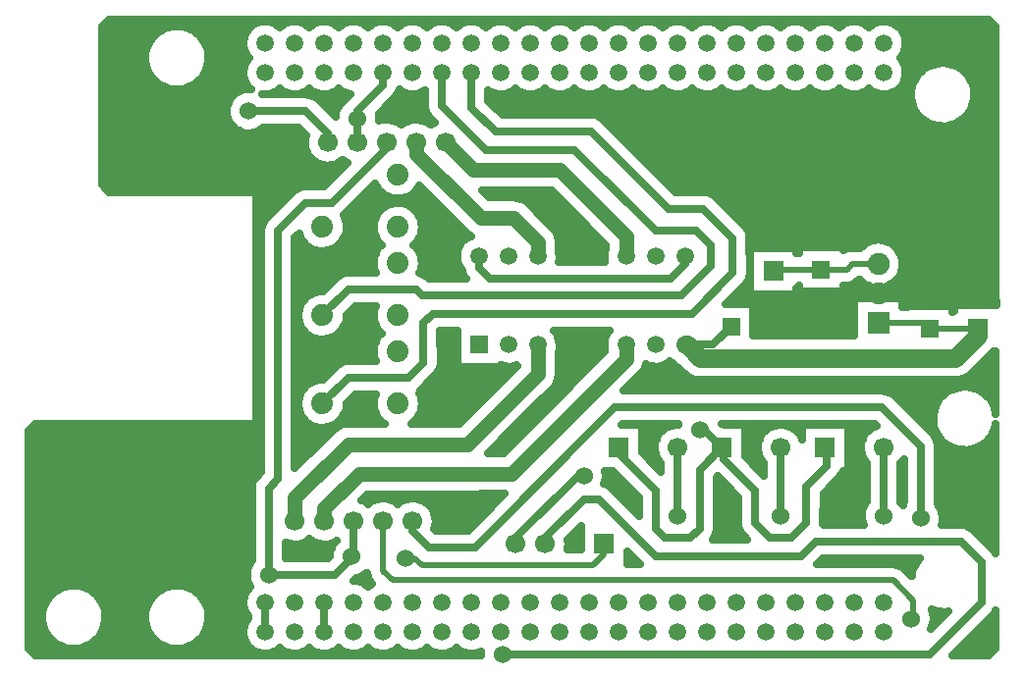
<source format=gbr>
G04 DipTrace 2.4.0.2*
%INBottom.gbr*%
%MOIN*%
%ADD13C,0.025*%
%ADD14C,0.02*%
%ADD15C,0.05*%
%ADD16C,0.0625*%
%ADD19C,0.063*%
%ADD20R,0.063X0.063*%
%ADD22R,0.0669X0.0669*%
%ADD23C,0.0669*%
%ADD24C,0.0591*%
%ADD25R,0.0591X0.0591*%
%ADD27C,0.074*%
%ADD28R,0.0748X0.0748*%
%ADD29C,0.0748*%
%ADD30C,0.06*%
%FSLAX44Y44*%
G04*
G70*
G90*
G75*
G01*
%LNBottom*%
%LPD*%
X12440Y5190D2*
D13*
Y6190D1*
X12561Y7126D2*
X14811D1*
X15405Y7720D1*
X15440Y7755D1*
Y8940D1*
X23940Y8190D2*
D14*
Y7817D1*
X23562Y7439D1*
X17749D1*
X17499Y7689D1*
X17187D1*
X15374Y7751D2*
D13*
X15405Y7720D1*
X16565Y21815D2*
X16749D1*
X14686Y19752D1*
X13811D1*
X12874Y18815D1*
Y10376D1*
X12561Y10064D1*
Y7126D1*
X31440Y11440D2*
X31501D1*
Y10814D1*
X30813Y10126D1*
Y8876D1*
X30313Y8376D1*
X29563D1*
X29063Y8876D1*
Y10001D1*
X28000Y11064D1*
Y11440D1*
X27940D1*
X24440D2*
Y11249D1*
X25687Y10001D1*
Y8689D1*
X26000Y8376D1*
X26875D1*
X27188Y8689D1*
Y10688D1*
X27940Y11440D1*
X14440Y5190D2*
Y6190D1*
X19690Y17940D2*
Y17562D1*
X20062Y17190D1*
X26188D1*
X26690Y17692D1*
Y17940D1*
X27188Y12064D2*
X27316D1*
X27940Y11440D1*
X33251Y17690D2*
D14*
X32375D1*
X32188Y17502D1*
X31313D1*
X29750D1*
X29688Y17440D1*
X11440Y6190D2*
D13*
Y5190D1*
X35001Y19440D2*
Y17502D1*
X11874Y22878D2*
X13811D1*
X14565Y22124D1*
Y21815D1*
X15565D2*
X15561Y22628D1*
Y22878D1*
X16440Y23756D1*
Y24190D1*
X17440Y8940D2*
Y8623D1*
X17999Y8064D1*
X19562D1*
X24312Y12814D1*
X33376D1*
X34688Y11502D1*
Y9126D1*
X34751Y9064D1*
X34688D1*
X16440Y8940D2*
D14*
Y7248D1*
X16749Y6939D1*
X33751D1*
X34438Y6251D1*
Y5689D1*
X34376Y5626D1*
X13440Y8940D2*
D15*
Y9755D1*
X15250Y11565D1*
X19313D1*
X21690Y13942D1*
Y14940D1*
X14440Y8940D2*
Y9380D1*
X15625Y10565D1*
X20813D1*
X24690Y14442D1*
Y14940D1*
X18565Y21815D2*
X19502Y20878D1*
X22437D1*
X24690Y18625D1*
Y17940D1*
X21690D2*
Y18437D1*
X20874Y19252D1*
X19749D1*
X17565Y21437D1*
Y21815D1*
X33440Y11440D2*
D13*
Y9128D1*
X33438Y9126D1*
X26438D2*
Y11438D1*
X26440Y11440D1*
X29938Y9126D2*
Y11438D1*
X29940Y11440D1*
X18440Y24190D2*
Y23062D1*
X19937Y21565D1*
X22937D1*
X25687Y18815D1*
X27063D1*
X27563Y18315D1*
Y17627D1*
X26563Y16627D1*
X17749D1*
X17562Y16815D1*
X15255D1*
X14380Y15940D1*
X19440Y24190D2*
Y23000D1*
X20249Y22190D1*
X23500D1*
X26125Y19565D1*
X27313D1*
X28313Y18565D1*
Y17377D1*
X26938Y16002D1*
X18124D1*
X17812Y15690D1*
Y14314D1*
X17312Y13814D1*
X15254D1*
X14380Y12940D1*
X20499Y4438D2*
X35001D1*
X36751Y6189D1*
Y7564D1*
X36064Y8251D1*
X31126D1*
X30625Y7751D1*
X25687D1*
X23750Y9689D1*
X23250D1*
X21940Y8379D1*
Y8190D1*
X20940D2*
Y8379D1*
X23062Y10502D1*
X23250D1*
X36626Y15502D2*
D14*
X35001D1*
X33251Y15690D2*
X34814D1*
X35001Y15502D1*
X36626D2*
D16*
Y15252D1*
X35876Y14502D1*
X27188D1*
X26750Y14940D1*
X26690D1*
D13*
X27626D1*
X28250Y15564D1*
D30*
X26438Y9126D3*
X29938D3*
X33438D3*
X12561Y7126D3*
X15561Y22628D3*
X11874Y22878D3*
X23250Y10502D3*
X34376Y5626D3*
X20499Y4438D3*
X34688Y9064D3*
X17187Y7689D3*
X15374Y7751D3*
X27188Y12064D3*
X10498Y24003D3*
X10561Y25191D3*
X35001Y19440D3*
X19503Y13502D3*
X21500Y19940D3*
X22125Y19565D3*
X21315Y12315D3*
X20437Y11439D3*
X20877Y11878D3*
X33940Y19440D3*
X32940D3*
X31940D3*
X7690Y6253D3*
Y5190D3*
X19315Y9627D3*
X6908Y25746D2*
D13*
X9245D1*
X9635D2*
X11928D1*
X33955D2*
X37221D1*
X6908Y25498D2*
X8714D1*
X10166D2*
X11741D1*
X34139D2*
X37221D1*
X6908Y25249D2*
X8503D1*
X10377D2*
X11678D1*
X34201D2*
X37221D1*
X6908Y25000D2*
X8389D1*
X10490D2*
X11698D1*
X34181D2*
X37221D1*
X6908Y24752D2*
X8346D1*
X10533D2*
X11819D1*
X34060D2*
X37221D1*
X6908Y24503D2*
X8362D1*
X10517D2*
X11745D1*
X34135D2*
X35292D1*
X35588D2*
X37221D1*
X6908Y24254D2*
X8436D1*
X10443D2*
X11678D1*
X34201D2*
X34721D1*
X36158D2*
X37221D1*
X6908Y24005D2*
X8592D1*
X10287D2*
X11698D1*
X34181D2*
X34506D1*
X36373D2*
X37221D1*
X6908Y23757D2*
X8893D1*
X9990D2*
X11815D1*
X34064D2*
X34393D1*
X36486D2*
X37221D1*
X6908Y23508D2*
X11452D1*
X12752D2*
X13128D1*
X13752D2*
X14128D1*
X14752D2*
X15128D1*
X16978D2*
X17128D1*
X17752D2*
X17843D1*
X20033D2*
X20128D1*
X20752D2*
X21128D1*
X21752D2*
X22128D1*
X22752D2*
X23128D1*
X23752D2*
X24128D1*
X24752D2*
X25128D1*
X25752D2*
X26128D1*
X26752D2*
X27128D1*
X27752D2*
X28128D1*
X28752D2*
X29128D1*
X29752D2*
X30128D1*
X30752D2*
X31128D1*
X31752D2*
X32128D1*
X32752D2*
X33128D1*
X33752D2*
X34346D1*
X36533D2*
X37221D1*
X6908Y23259D2*
X11210D1*
X14260D2*
X15112D1*
X16775D2*
X17846D1*
X20033D2*
X34362D1*
X36521D2*
X37221D1*
X6908Y23011D2*
X11116D1*
X14510D2*
X14897D1*
X16525D2*
X17846D1*
X20260D2*
X34436D1*
X36443D2*
X37221D1*
X6908Y22762D2*
X11112D1*
X16318D2*
X17932D1*
X20510D2*
X34589D1*
X36291D2*
X37221D1*
X6908Y22513D2*
X11198D1*
X16935D2*
X17194D1*
X17935D2*
X18159D1*
X24006D2*
X34881D1*
X35998D2*
X37221D1*
X6908Y22265D2*
X11424D1*
X12322D2*
X13592D1*
X24256D2*
X37221D1*
X6908Y22016D2*
X13788D1*
X24506D2*
X37221D1*
X6908Y21767D2*
X13760D1*
X24752D2*
X37221D1*
X6908Y21519D2*
X13819D1*
X25002D2*
X37221D1*
X6908Y21270D2*
X13983D1*
X25252D2*
X37221D1*
X6908Y21021D2*
X15124D1*
X25498D2*
X37221D1*
X6908Y20773D2*
X14874D1*
X25748D2*
X37221D1*
X6908Y20524D2*
X14628D1*
X25998D2*
X37221D1*
X7010Y20275D2*
X13557D1*
X16041D2*
X16231D1*
X26244D2*
X37221D1*
X12158Y20026D2*
X13253D1*
X15791D2*
X16487D1*
X17392D2*
X17967D1*
X19982D2*
X22280D1*
X27674D2*
X37221D1*
X12158Y19778D2*
X13006D1*
X15541D2*
X18217D1*
X21353D2*
X22530D1*
X27931D2*
X37221D1*
X12158Y19529D2*
X12756D1*
X15295D2*
X16350D1*
X17529D2*
X18464D1*
X21607D2*
X22776D1*
X28178D2*
X37221D1*
X12158Y19280D2*
X12506D1*
X15146D2*
X16174D1*
X17705D2*
X18714D1*
X21853D2*
X23026D1*
X28428D2*
X37221D1*
X12158Y19032D2*
X12323D1*
X15217D2*
X16104D1*
X17775D2*
X18964D1*
X22103D2*
X23276D1*
X28678D2*
X37221D1*
X12158Y18783D2*
X12280D1*
X15205D2*
X16116D1*
X17764D2*
X19210D1*
X22318D2*
X23522D1*
X28865D2*
X37221D1*
X12158Y18534D2*
X12280D1*
X13467D2*
X13647D1*
X15111D2*
X16210D1*
X17674D2*
X19225D1*
X22404D2*
X23772D1*
X28908D2*
X37221D1*
X12158Y18286D2*
X12280D1*
X13467D2*
X13870D1*
X14892D2*
X16327D1*
X17553D2*
X19010D1*
X22408D2*
X23971D1*
X28908D2*
X32663D1*
X33838D2*
X37221D1*
X12158Y18037D2*
X12280D1*
X13467D2*
X16163D1*
X17717D2*
X18932D1*
X22447D2*
X23932D1*
X34017D2*
X37221D1*
X12158Y17788D2*
X12280D1*
X13467D2*
X16104D1*
X17775D2*
X18940D1*
X22439D2*
X23940D1*
X34088D2*
X37221D1*
X12158Y17540D2*
X12280D1*
X13467D2*
X16120D1*
X17760D2*
X19042D1*
X34080D2*
X37221D1*
X12158Y17291D2*
X12280D1*
X13467D2*
X14917D1*
X17900D2*
X19163D1*
X33990D2*
X37221D1*
X12158Y17042D2*
X12280D1*
X13467D2*
X14651D1*
X28799D2*
X28885D1*
X32506D2*
X32725D1*
X33779D2*
X37221D1*
X12158Y16794D2*
X12280D1*
X13467D2*
X14401D1*
X28560D2*
X28881D1*
X32099D2*
X37221D1*
X12158Y16545D2*
X12280D1*
X13467D2*
X13807D1*
X28310D2*
X37221D1*
X12158Y16296D2*
X12280D1*
X13467D2*
X13624D1*
X29037D2*
X32405D1*
X34096D2*
X37221D1*
X12158Y16047D2*
X12280D1*
X13467D2*
X13547D1*
X15318D2*
X16108D1*
X29037D2*
X32405D1*
X12158Y15799D2*
X12280D1*
X13467D2*
X13553D1*
X15209D2*
X16112D1*
X29037D2*
X32405D1*
X12158Y15550D2*
X12280D1*
X13467D2*
X13639D1*
X15119D2*
X16198D1*
X29037D2*
X32405D1*
X12158Y15301D2*
X12280D1*
X13467D2*
X13850D1*
X14912D2*
X16342D1*
X18408D2*
X18924D1*
X22361D2*
X24018D1*
X29037D2*
X32405D1*
X12158Y15053D2*
X12280D1*
X13467D2*
X16171D1*
X18408D2*
X18924D1*
X22447D2*
X23932D1*
X12158Y14804D2*
X12280D1*
X13467D2*
X16104D1*
X18408D2*
X18924D1*
X22443D2*
X23936D1*
X12158Y14555D2*
X12280D1*
X13467D2*
X16116D1*
X18408D2*
X18924D1*
X22408D2*
X23796D1*
X37025D2*
X37221D1*
X12158Y14307D2*
X12280D1*
X13467D2*
X14944D1*
X18408D2*
X18924D1*
X22408D2*
X23546D1*
X26099D2*
X26249D1*
X36775D2*
X37221D1*
X12158Y14058D2*
X12280D1*
X13467D2*
X14667D1*
X18346D2*
X20799D1*
X22408D2*
X23299D1*
X25295D2*
X26534D1*
X36529D2*
X37221D1*
X12158Y13809D2*
X12280D1*
X13467D2*
X14417D1*
X18139D2*
X20549D1*
X22396D2*
X23049D1*
X25064D2*
X26858D1*
X36209D2*
X37221D1*
X12158Y13561D2*
X12280D1*
X13467D2*
X13827D1*
X17889D2*
X20299D1*
X22295D2*
X22799D1*
X24814D2*
X37221D1*
X12158Y13312D2*
X12280D1*
X13467D2*
X13631D1*
X17689D2*
X20053D1*
X22068D2*
X22553D1*
X33678D2*
X35546D1*
X36834D2*
X37221D1*
X12158Y13063D2*
X12280D1*
X13467D2*
X13547D1*
X15334D2*
X16108D1*
X17771D2*
X19803D1*
X21818D2*
X22303D1*
X33959D2*
X35296D1*
X37084D2*
X37219D1*
X12158Y12815D2*
X12280D1*
X13467D2*
X13553D1*
X15209D2*
X16108D1*
X17771D2*
X19553D1*
X21568D2*
X22053D1*
X34205D2*
X35163D1*
X12158Y12566D2*
X12280D1*
X13467D2*
X13631D1*
X15131D2*
X16190D1*
X17689D2*
X19307D1*
X21322D2*
X21807D1*
X34455D2*
X35104D1*
X12146Y12317D2*
X12280D1*
X13467D2*
X13831D1*
X14931D2*
X16389D1*
X17490D2*
X19057D1*
X21072D2*
X21557D1*
X34705D2*
X35104D1*
X4474Y12068D2*
X12280D1*
X13467D2*
X14745D1*
X20822D2*
X21307D1*
X25244D2*
X25956D1*
X28744D2*
X29456D1*
X30428D2*
X30635D1*
X32244D2*
X32956D1*
X34951D2*
X35163D1*
X4410Y11820D2*
X12280D1*
X13467D2*
X14499D1*
X20576D2*
X21061D1*
X25244D2*
X25733D1*
X28744D2*
X29233D1*
X32244D2*
X32733D1*
X35185D2*
X35293D1*
X37088D2*
X37220D1*
X4410Y11571D2*
X12280D1*
X13467D2*
X14249D1*
X20326D2*
X20811D1*
X25244D2*
X25647D1*
X28744D2*
X29147D1*
X32244D2*
X32647D1*
X35279D2*
X35542D1*
X36838D2*
X37221D1*
X4410Y11322D2*
X12280D1*
X13467D2*
X13999D1*
X20076D2*
X20561D1*
X25244D2*
X25643D1*
X28744D2*
X29143D1*
X32244D2*
X32643D1*
X35283D2*
X37221D1*
X4410Y11074D2*
X12280D1*
X13467D2*
X13753D1*
X25447D2*
X25725D1*
X28822D2*
X29225D1*
X32244D2*
X32725D1*
X35283D2*
X37221D1*
X4410Y10825D2*
X12280D1*
X25693D2*
X25843D1*
X29068D2*
X29342D1*
X32244D2*
X32846D1*
X35283D2*
X37221D1*
X4410Y10576D2*
X12241D1*
X24017D2*
X24280D1*
X32045D2*
X32846D1*
X35283D2*
X37221D1*
X4410Y10328D2*
X12030D1*
X23998D2*
X24530D1*
X27783D2*
X27905D1*
X31846D2*
X32846D1*
X35283D2*
X37221D1*
X4410Y10079D2*
X11967D1*
X24189D2*
X24780D1*
X27783D2*
X28155D1*
X31596D2*
X32846D1*
X35283D2*
X37221D1*
X4410Y9830D2*
X11967D1*
X15896D2*
X20499D1*
X24439D2*
X25026D1*
X27783D2*
X28405D1*
X31408D2*
X32846D1*
X35283D2*
X37221D1*
X4410Y9582D2*
X11967D1*
X17908D2*
X20249D1*
X24689D2*
X25092D1*
X27783D2*
X28467D1*
X31408D2*
X32823D1*
X35283D2*
X37221D1*
X4410Y9333D2*
X11967D1*
X18139D2*
X19999D1*
X24935D2*
X25092D1*
X27783D2*
X28467D1*
X31408D2*
X32698D1*
X35408D2*
X37221D1*
X4410Y9084D2*
X11967D1*
X18232D2*
X19753D1*
X27783D2*
X28467D1*
X31408D2*
X32671D1*
X35459D2*
X37221D1*
X4410Y8836D2*
X11967D1*
X18236D2*
X19503D1*
X27783D2*
X28471D1*
X31408D2*
X32729D1*
X35424D2*
X37221D1*
X4410Y8587D2*
X11967D1*
X22978D2*
X23135D1*
X27775D2*
X28546D1*
X36560D2*
X37221D1*
X4410Y8338D2*
X11967D1*
X22732D2*
X23135D1*
X27662D2*
X28768D1*
X36806D2*
X37221D1*
X4410Y8089D2*
X11967D1*
X13154D2*
X14686D1*
X22736D2*
X23135D1*
X37056D2*
X37217D1*
X4410Y7841D2*
X11967D1*
X13154D2*
X14608D1*
X4410Y7592D2*
X11956D1*
X24744D2*
X25014D1*
X31299D2*
X34565D1*
X4410Y7343D2*
X11823D1*
X34142D2*
X34424D1*
X4410Y7095D2*
X11792D1*
X15752D2*
X15893D1*
X4410Y6846D2*
X11846D1*
X15806D2*
X16046D1*
X4410Y6597D2*
X5346D1*
X6533D2*
X8846D1*
X10033D2*
X11796D1*
X4410Y6349D2*
X5073D1*
X6806D2*
X8573D1*
X10306D2*
X11694D1*
X4410Y6100D2*
X4928D1*
X6955D2*
X8428D1*
X10455D2*
X11682D1*
X4410Y5851D2*
X4858D1*
X7021D2*
X8358D1*
X10521D2*
X11756D1*
X35111D2*
X35585D1*
X4410Y5603D2*
X4850D1*
X7033D2*
X8350D1*
X10533D2*
X11799D1*
X35146D2*
X35335D1*
X36998D2*
X37221D1*
X4410Y5354D2*
X4901D1*
X6982D2*
X8401D1*
X10482D2*
X11694D1*
X36748D2*
X37221D1*
X4410Y5105D2*
X5018D1*
X6861D2*
X8518D1*
X10361D2*
X11678D1*
X36498D2*
X37221D1*
X4410Y4857D2*
X5245D1*
X6635D2*
X8745D1*
X10135D2*
X11753D1*
X36252D2*
X37221D1*
X4428Y4608D2*
X11960D1*
X36002D2*
X37202D1*
X30678Y18262D2*
X32073D1*
Y18141D1*
X32201Y18206D1*
X32289Y18228D1*
X32500Y18235D1*
X32637D1*
X32794Y18369D1*
X32903Y18431D1*
X33019Y18475D1*
X33142Y18501D1*
X33266Y18508D1*
X33391Y18497D1*
X33512Y18466D1*
X33627Y18417D1*
X33733Y18352D1*
X33828Y18271D1*
X33910Y18176D1*
X33976Y18070D1*
X34025Y17956D1*
X34057Y17835D1*
X34070Y17690D1*
X34060Y17565D1*
X34032Y17443D1*
X33985Y17328D1*
X33922Y17220D1*
X33843Y17123D1*
X33750Y17040D1*
X33645Y16972D1*
X33531Y16920D1*
X33411Y16886D1*
X33287Y16871D1*
X33162Y16875D1*
X33040Y16898D1*
X32922Y16939D1*
X32812Y16998D1*
X32712Y17073D1*
X32643Y17143D1*
X32598Y17145D1*
X32476Y17039D1*
X32363Y16986D1*
X32275Y16964D1*
X32075Y16957D1*
X32073Y16742D1*
X30553D1*
Y16957D1*
X30468Y16844D1*
Y16660D1*
X28908D1*
Y18219D1*
X30468D1*
Y18044D1*
X30551Y18047D1*
X30553Y18262D1*
X30678D1*
X34366Y16262D2*
X35761D1*
Y16047D1*
X35846Y16097D1*
Y16282D1*
X37249D1*
X37245Y16690D1*
Y25752D1*
X37006Y25995D1*
X7124D1*
X6885Y25756D1*
Y20374D1*
X7124Y20135D1*
X12010D1*
X12115Y20074D1*
X12135Y20010D1*
Y12370D1*
X12074Y12265D1*
X12010Y12245D1*
X4625D1*
X4385Y12006D1*
Y4624D1*
X4624Y4385D1*
X19756D1*
X19762Y4523D1*
X19602Y4468D1*
X19478Y4451D1*
X19353Y4455D1*
X19231Y4480D1*
X19114Y4525D1*
X19007Y4589D1*
X18939Y4648D1*
X18832Y4562D1*
X18721Y4505D1*
X18602Y4468D1*
X18478Y4451D1*
X18353Y4455D1*
X18231Y4480D1*
X18114Y4525D1*
X18007Y4589D1*
X17939Y4648D1*
X17832Y4562D1*
X17721Y4505D1*
X17602Y4468D1*
X17478Y4451D1*
X17353Y4455D1*
X17231Y4480D1*
X17114Y4525D1*
X17007Y4589D1*
X16939Y4648D1*
X16832Y4562D1*
X16721Y4505D1*
X16602Y4468D1*
X16478Y4451D1*
X16353Y4455D1*
X16231Y4480D1*
X16114Y4525D1*
X16007Y4589D1*
X15939Y4648D1*
X15832Y4562D1*
X15721Y4505D1*
X15602Y4468D1*
X15478Y4451D1*
X15353Y4455D1*
X15231Y4480D1*
X15114Y4525D1*
X15007Y4589D1*
X14939Y4648D1*
X14832Y4562D1*
X14721Y4505D1*
X14602Y4468D1*
X14478Y4451D1*
X14353Y4455D1*
X14231Y4480D1*
X14114Y4525D1*
X14007Y4589D1*
X13939Y4648D1*
X13832Y4562D1*
X13721Y4505D1*
X13602Y4468D1*
X13478Y4451D1*
X13353Y4455D1*
X13231Y4480D1*
X13114Y4525D1*
X13007Y4589D1*
X12939Y4648D1*
X12832Y4562D1*
X12721Y4505D1*
X12602Y4468D1*
X12478Y4451D1*
X12353Y4455D1*
X12231Y4480D1*
X12114Y4525D1*
X12007Y4589D1*
X11912Y4671D1*
X11833Y4767D1*
X11770Y4875D1*
X11727Y4992D1*
X11704Y5114D1*
X11701Y5239D1*
X11720Y5363D1*
X11759Y5481D1*
X11818Y5591D1*
X11868Y5656D1*
X11870Y5717D1*
X11770Y5875D1*
X11727Y5992D1*
X11704Y6114D1*
X11701Y6239D1*
X11720Y6363D1*
X11759Y6481D1*
X11818Y6591D1*
X11932Y6725D1*
X11847Y6914D1*
X11822Y7036D1*
X11817Y7161D1*
X11833Y7284D1*
X11870Y7404D1*
X11926Y7515D1*
X11993Y7607D1*
X11991Y10064D1*
X12005Y10188D1*
X12045Y10306D1*
X12130Y10437D1*
X12304Y10613D1*
Y18815D1*
X12317Y18939D1*
X12358Y19057D1*
X12443Y19188D1*
X13408Y20156D1*
X13505Y20234D1*
X13617Y20289D1*
X13771Y20321D1*
X14448Y20322D1*
X15236Y21108D1*
X15079Y21206D1*
X15064Y21219D1*
X15011Y21175D1*
X14903Y21112D1*
X14787Y21068D1*
X14664Y21042D1*
X14540Y21036D1*
X14416Y21050D1*
X14295Y21083D1*
X14182Y21136D1*
X14079Y21206D1*
X13988Y21291D1*
X13911Y21390D1*
X13852Y21500D1*
X13811Y21618D1*
X13789Y21741D1*
X13787Y21866D1*
X13805Y21989D1*
X13827Y22060D1*
X13574Y22309D1*
X12354Y22308D1*
X12272Y22248D1*
X12161Y22191D1*
X12042Y22152D1*
X11919Y22134D1*
X11794Y22137D1*
X11671Y22161D1*
X11554Y22205D1*
X11446Y22267D1*
X11351Y22347D1*
X11269Y22442D1*
X11205Y22549D1*
X11159Y22665D1*
X11134Y22788D1*
X11129Y22912D1*
X11146Y23036D1*
X11182Y23155D1*
X11238Y23267D1*
X11312Y23368D1*
X11402Y23454D1*
X11505Y23525D1*
X11618Y23578D1*
X11739Y23610D1*
X11863Y23623D1*
X11976Y23615D1*
X11912Y23671D1*
X11833Y23767D1*
X11770Y23875D1*
X11727Y23992D1*
X11704Y24114D1*
X11701Y24239D1*
X11720Y24363D1*
X11759Y24481D1*
X11818Y24591D1*
X11892Y24687D1*
X11833Y24767D1*
X11770Y24875D1*
X11727Y24992D1*
X11704Y25114D1*
X11701Y25239D1*
X11720Y25363D1*
X11759Y25481D1*
X11818Y25591D1*
X11894Y25690D1*
X11986Y25775D1*
X12091Y25843D1*
X12206Y25892D1*
X12327Y25922D1*
X12452Y25930D1*
X12576Y25918D1*
X12696Y25885D1*
X12809Y25832D1*
X12937Y25736D1*
X13091Y25843D1*
X13206Y25892D1*
X13327Y25922D1*
X13452Y25930D1*
X13576Y25918D1*
X13696Y25885D1*
X13809Y25832D1*
X13937Y25736D1*
X14091Y25843D1*
X14206Y25892D1*
X14327Y25922D1*
X14452Y25930D1*
X14576Y25918D1*
X14696Y25885D1*
X14809Y25832D1*
X14937Y25736D1*
X15091Y25843D1*
X15206Y25892D1*
X15327Y25922D1*
X15452Y25930D1*
X15576Y25918D1*
X15696Y25885D1*
X15809Y25832D1*
X15937Y25736D1*
X16091Y25843D1*
X16206Y25892D1*
X16327Y25922D1*
X16452Y25930D1*
X16576Y25918D1*
X16696Y25885D1*
X16809Y25832D1*
X16937Y25736D1*
X17091Y25843D1*
X17206Y25892D1*
X17327Y25922D1*
X17452Y25930D1*
X17576Y25918D1*
X17696Y25885D1*
X17809Y25832D1*
X17937Y25736D1*
X18091Y25843D1*
X18206Y25892D1*
X18327Y25922D1*
X18452Y25930D1*
X18576Y25918D1*
X18696Y25885D1*
X18809Y25832D1*
X18937Y25736D1*
X19091Y25843D1*
X19206Y25892D1*
X19327Y25922D1*
X19452Y25930D1*
X19576Y25918D1*
X19696Y25885D1*
X19809Y25832D1*
X19937Y25736D1*
X20091Y25843D1*
X20206Y25892D1*
X20327Y25922D1*
X20452Y25930D1*
X20576Y25918D1*
X20696Y25885D1*
X20809Y25832D1*
X20937Y25736D1*
X21091Y25843D1*
X21206Y25892D1*
X21327Y25922D1*
X21452Y25930D1*
X21576Y25918D1*
X21696Y25885D1*
X21809Y25832D1*
X21937Y25736D1*
X22091Y25843D1*
X22206Y25892D1*
X22327Y25922D1*
X22452Y25930D1*
X22576Y25918D1*
X22696Y25885D1*
X22809Y25832D1*
X22937Y25736D1*
X23091Y25843D1*
X23206Y25892D1*
X23327Y25922D1*
X23452Y25930D1*
X23576Y25918D1*
X23696Y25885D1*
X23809Y25832D1*
X23937Y25736D1*
X24091Y25843D1*
X24206Y25892D1*
X24327Y25922D1*
X24452Y25930D1*
X24576Y25918D1*
X24696Y25885D1*
X24809Y25832D1*
X24937Y25736D1*
X25091Y25843D1*
X25206Y25892D1*
X25327Y25922D1*
X25452Y25930D1*
X25576Y25918D1*
X25696Y25885D1*
X25809Y25832D1*
X25937Y25736D1*
X26091Y25843D1*
X26206Y25892D1*
X26327Y25922D1*
X26452Y25930D1*
X26576Y25918D1*
X26696Y25885D1*
X26809Y25832D1*
X26937Y25736D1*
X27091Y25843D1*
X27206Y25892D1*
X27327Y25922D1*
X27452Y25930D1*
X27576Y25918D1*
X27696Y25885D1*
X27809Y25832D1*
X27937Y25736D1*
X28091Y25843D1*
X28206Y25892D1*
X28327Y25922D1*
X28452Y25930D1*
X28576Y25918D1*
X28696Y25885D1*
X28809Y25832D1*
X28937Y25736D1*
X29091Y25843D1*
X29206Y25892D1*
X29327Y25922D1*
X29452Y25930D1*
X29576Y25918D1*
X29696Y25885D1*
X29809Y25832D1*
X29937Y25736D1*
X30091Y25843D1*
X30206Y25892D1*
X30327Y25922D1*
X30452Y25930D1*
X30576Y25918D1*
X30696Y25885D1*
X30809Y25832D1*
X30937Y25736D1*
X31091Y25843D1*
X31206Y25892D1*
X31327Y25922D1*
X31452Y25930D1*
X31576Y25918D1*
X31696Y25885D1*
X31809Y25832D1*
X31937Y25736D1*
X32091Y25843D1*
X32206Y25892D1*
X32327Y25922D1*
X32452Y25930D1*
X32576Y25918D1*
X32696Y25885D1*
X32809Y25832D1*
X32937Y25736D1*
X33091Y25843D1*
X33206Y25892D1*
X33327Y25922D1*
X33452Y25930D1*
X33576Y25918D1*
X33696Y25885D1*
X33809Y25832D1*
X33912Y25760D1*
X34001Y25673D1*
X34074Y25572D1*
X34129Y25460D1*
X34165Y25340D1*
X34180Y25190D1*
X34170Y25066D1*
X34138Y24945D1*
X34087Y24831D1*
X33983Y24690D1*
X34074Y24572D1*
X34129Y24460D1*
X34165Y24340D1*
X34180Y24190D1*
X34170Y24066D1*
X34138Y23945D1*
X34087Y23831D1*
X34018Y23727D1*
X33932Y23637D1*
X33832Y23562D1*
X33721Y23505D1*
X33602Y23468D1*
X33478Y23451D1*
X33353Y23455D1*
X33231Y23480D1*
X33114Y23525D1*
X33007Y23589D1*
X32939Y23648D1*
X32832Y23562D1*
X32721Y23505D1*
X32602Y23468D1*
X32478Y23451D1*
X32353Y23455D1*
X32231Y23480D1*
X32114Y23525D1*
X32007Y23589D1*
X31939Y23648D1*
X31832Y23562D1*
X31721Y23505D1*
X31602Y23468D1*
X31478Y23451D1*
X31353Y23455D1*
X31231Y23480D1*
X31114Y23525D1*
X31007Y23589D1*
X30939Y23648D1*
X30832Y23562D1*
X30721Y23505D1*
X30602Y23468D1*
X30478Y23451D1*
X30353Y23455D1*
X30231Y23480D1*
X30114Y23525D1*
X30007Y23589D1*
X29939Y23648D1*
X29832Y23562D1*
X29721Y23505D1*
X29602Y23468D1*
X29478Y23451D1*
X29353Y23455D1*
X29231Y23480D1*
X29114Y23525D1*
X29007Y23589D1*
X28939Y23648D1*
X28832Y23562D1*
X28721Y23505D1*
X28602Y23468D1*
X28478Y23451D1*
X28353Y23455D1*
X28231Y23480D1*
X28114Y23525D1*
X28007Y23589D1*
X27939Y23648D1*
X27832Y23562D1*
X27721Y23505D1*
X27602Y23468D1*
X27478Y23451D1*
X27353Y23455D1*
X27231Y23480D1*
X27114Y23525D1*
X27007Y23589D1*
X26939Y23648D1*
X26832Y23562D1*
X26721Y23505D1*
X26602Y23468D1*
X26478Y23451D1*
X26353Y23455D1*
X26231Y23480D1*
X26114Y23525D1*
X26007Y23589D1*
X25939Y23648D1*
X25832Y23562D1*
X25721Y23505D1*
X25602Y23468D1*
X25478Y23451D1*
X25353Y23455D1*
X25231Y23480D1*
X25114Y23525D1*
X25007Y23589D1*
X24939Y23648D1*
X24832Y23562D1*
X24721Y23505D1*
X24602Y23468D1*
X24478Y23451D1*
X24353Y23455D1*
X24231Y23480D1*
X24114Y23525D1*
X24007Y23589D1*
X23939Y23648D1*
X23832Y23562D1*
X23721Y23505D1*
X23602Y23468D1*
X23478Y23451D1*
X23353Y23455D1*
X23231Y23480D1*
X23114Y23525D1*
X23007Y23589D1*
X22939Y23648D1*
X22832Y23562D1*
X22721Y23505D1*
X22602Y23468D1*
X22478Y23451D1*
X22353Y23455D1*
X22231Y23480D1*
X22114Y23525D1*
X22007Y23589D1*
X21939Y23648D1*
X21832Y23562D1*
X21721Y23505D1*
X21602Y23468D1*
X21478Y23451D1*
X21353Y23455D1*
X21231Y23480D1*
X21114Y23525D1*
X21007Y23589D1*
X20939Y23648D1*
X20832Y23562D1*
X20721Y23505D1*
X20602Y23468D1*
X20478Y23451D1*
X20353Y23455D1*
X20231Y23480D1*
X20114Y23525D1*
X20011Y23587D1*
X20010Y23233D1*
X20487Y22759D1*
X23500Y22760D1*
X23624Y22747D1*
X23742Y22706D1*
X23873Y22621D1*
X26364Y20132D1*
X27000Y20135D1*
X27313D1*
X27437Y20121D1*
X27555Y20081D1*
X27686Y19996D1*
X28716Y18968D1*
X28794Y18871D1*
X28849Y18759D1*
X28881Y18606D1*
X28883Y17377D1*
X28869Y17253D1*
X28829Y17135D1*
X28744Y17004D1*
X28067Y16325D1*
X29010Y16324D1*
Y15258D1*
X32434Y15259D1*
X32432Y16509D1*
X34070D1*
Y16231D1*
X34239Y16235D1*
X34241Y16262D1*
X34366D1*
X18210Y8816D2*
X18178Y8691D1*
X18238Y8631D1*
X18874Y8634D1*
X19323D1*
X20565Y9873D1*
X18813Y9870D1*
X15911D1*
X15710Y9668D1*
X15757Y9652D1*
X15866Y9593D1*
X15937Y9538D1*
X16037Y9607D1*
X16148Y9663D1*
X16267Y9700D1*
X16391Y9718D1*
X16516Y9716D1*
X16639Y9694D1*
X16757Y9652D1*
X16866Y9593D1*
X16937Y9538D1*
X17037Y9607D1*
X17148Y9663D1*
X17267Y9700D1*
X17391Y9718D1*
X17516Y9716D1*
X17639Y9694D1*
X17757Y9652D1*
X17866Y9593D1*
X17965Y9516D1*
X18050Y9425D1*
X18120Y9322D1*
X18172Y9208D1*
X18206Y9088D1*
X18220Y8940D1*
X18210Y8816D1*
X14849Y8279D2*
X14778Y8237D1*
X14662Y8193D1*
X14539Y8167D1*
X14415Y8161D1*
X14291Y8175D1*
X14170Y8208D1*
X14057Y8261D1*
X13939Y8344D1*
X13886Y8300D1*
X13778Y8237D1*
X13662Y8193D1*
X13539Y8167D1*
X13415Y8161D1*
X13291Y8175D1*
X13131Y8226D1*
Y7693D1*
X13811Y7696D1*
X14573D1*
X14626Y7747D1*
X14646Y7910D1*
X14683Y8029D1*
X14739Y8140D1*
X14849Y8276D1*
X16299Y22546D2*
X16392Y22575D1*
X16516Y22593D1*
X16641Y22591D1*
X16764Y22569D1*
X16882Y22527D1*
X16991Y22468D1*
X17062Y22413D1*
X17162Y22482D1*
X17273Y22538D1*
X17392Y22575D1*
X17516Y22593D1*
X17641Y22591D1*
X17764Y22569D1*
X17882Y22527D1*
X17991Y22468D1*
X18062Y22413D1*
X18193Y22498D1*
X18037Y22659D1*
X17959Y22756D1*
X17904Y22868D1*
X17871Y23021D1*
X17870Y23589D1*
X17721Y23505D1*
X17602Y23468D1*
X17478Y23451D1*
X17353Y23455D1*
X17231Y23480D1*
X17114Y23525D1*
X16987Y23607D1*
X16942Y23486D1*
X16843Y23353D1*
X16288Y22798D1*
X16306Y22628D1*
X16300Y22546D1*
X30785Y12220D2*
X32220D1*
Y10660D1*
X32049Y10659D1*
X32002Y10543D1*
X31904Y10411D1*
X31382Y9889D1*
X31381Y8841D1*
X31501Y8821D1*
X32762D1*
X32724Y8914D1*
X32699Y9036D1*
X32694Y9161D1*
X32710Y9285D1*
X32747Y9404D1*
X32803Y9516D1*
X32870Y9607D1*
Y10905D1*
X32786Y11015D1*
X32727Y11125D1*
X32686Y11243D1*
X32664Y11366D1*
X32662Y11491D1*
X32680Y11614D1*
X32718Y11733D1*
X32774Y11845D1*
X32847Y11946D1*
X32935Y12034D1*
X33037Y12107D1*
X33148Y12163D1*
X33204Y12180D1*
X33126Y12244D1*
X27942D1*
X28035Y12220D1*
X28720D1*
Y11153D1*
X29367Y10503D1*
X29363Y10916D1*
X29286Y11015D1*
X29227Y11125D1*
X29186Y11243D1*
X29164Y11366D1*
X29162Y11491D1*
X29180Y11614D1*
X29218Y11733D1*
X29274Y11845D1*
X29347Y11946D1*
X29435Y12034D1*
X29537Y12107D1*
X29648Y12163D1*
X29767Y12200D1*
X29891Y12218D1*
X30016Y12216D1*
X30139Y12194D1*
X30257Y12152D1*
X30366Y12093D1*
X30465Y12016D1*
X30550Y11925D1*
X30620Y11822D1*
X30661Y11733D1*
X30660Y12220D1*
X30785D1*
X34117Y11056D2*
X34065Y10974D1*
X34011Y10912D1*
X34010Y9600D1*
X34082Y9496D1*
X34118Y9626D1*
Y11052D1*
X24524Y12220D2*
X25220D1*
Y11278D1*
X25868Y10627D1*
X25863Y10916D1*
X25786Y11015D1*
X25727Y11125D1*
X25686Y11243D1*
X25664Y11366D1*
X25662Y11491D1*
X25680Y11614D1*
X25718Y11733D1*
X25774Y11845D1*
X25847Y11946D1*
X25935Y12034D1*
X26037Y12107D1*
X26148Y12163D1*
X26267Y12200D1*
X26391Y12218D1*
X26460Y12222D1*
X26465Y12241D1*
X25501Y12244D1*
X24552D1*
X24525Y12221D1*
X24224Y10660D2*
X23974D1*
X23995Y10502D1*
X23984Y10377D1*
X23939Y10224D1*
X23992Y10205D1*
X24123Y10120D1*
X25117Y9128D1*
Y9763D1*
X24221Y10662D1*
X24720Y7911D2*
Y7481D1*
X25151Y7484D1*
X24718Y7914D1*
X23160Y7985D2*
Y8797D1*
X22706Y8338D1*
X22720Y8190D1*
X22710Y8066D1*
X22690Y7986D1*
X23159Y7984D1*
X15417Y6928D2*
X15576Y6918D1*
X15696Y6885D1*
X15809Y6832D1*
X15937Y6736D1*
X16081Y6836D1*
X15977Y6960D1*
X15924Y7073D1*
X15898Y7199D1*
X15872Y7197D1*
X15772Y7122D1*
X15661Y7064D1*
X15516Y7022D1*
X15419Y6927D1*
X15334Y23459D2*
X15231Y23480D1*
X15114Y23525D1*
X15007Y23589D1*
X14939Y23648D1*
X14832Y23562D1*
X14721Y23505D1*
X14602Y23468D1*
X14478Y23451D1*
X14353Y23455D1*
X14231Y23480D1*
X14114Y23525D1*
X14007Y23589D1*
X13939Y23648D1*
X13832Y23562D1*
X13721Y23505D1*
X13602Y23468D1*
X13478Y23451D1*
X13353Y23455D1*
X13231Y23480D1*
X13114Y23525D1*
X13007Y23589D1*
X12939Y23648D1*
X12832Y23562D1*
X12721Y23505D1*
X12602Y23468D1*
X12478Y23451D1*
X12342Y23457D1*
X12374Y23448D1*
X13811D1*
X13935Y23434D1*
X14053Y23394D1*
X14184Y23309D1*
X14819Y22676D1*
X14833Y22786D1*
X14870Y22905D1*
X14926Y23017D1*
X15000Y23118D1*
X15113Y23229D1*
X15332Y23455D1*
X36503Y23315D2*
X36481Y23192D1*
X36445Y23073D1*
X36395Y22958D1*
X36333Y22850D1*
X36258Y22750D1*
X36172Y22659D1*
X36076Y22579D1*
X35971Y22511D1*
X35859Y22456D1*
X35742Y22413D1*
X35620Y22385D1*
X35496Y22371D1*
X35371Y22372D1*
X35247Y22388D1*
X35125Y22417D1*
X35008Y22461D1*
X34897Y22518D1*
X34793Y22587D1*
X34698Y22669D1*
X34614Y22760D1*
X34540Y22861D1*
X34479Y22970D1*
X34430Y23085D1*
X34396Y23205D1*
X34376Y23329D1*
X34370Y23453D1*
X34379Y23578D1*
X34402Y23701D1*
X34440Y23820D1*
X34491Y23934D1*
X34555Y24041D1*
X34631Y24140D1*
X34718Y24230D1*
X34815Y24309D1*
X34921Y24376D1*
X35033Y24430D1*
X35151Y24470D1*
X35273Y24497D1*
X35398Y24509D1*
X35523Y24507D1*
X35646Y24490D1*
X35767Y24459D1*
X35884Y24414D1*
X35994Y24355D1*
X36097Y24284D1*
X36191Y24202D1*
X36275Y24109D1*
X36347Y24007D1*
X36407Y23898D1*
X36454Y23782D1*
X36487Y23661D1*
X36510Y23440D1*
X36503Y23315D1*
X35647Y5891D2*
X35496Y5871D1*
X35371Y5872D1*
X35247Y5888D1*
X35049Y5946D1*
X35099Y5805D1*
X35121Y5626D1*
X35110Y5502D1*
X35079Y5381D1*
X35040Y5283D1*
X35645Y5888D1*
X34380Y7082D2*
X34402Y7201D1*
X34440Y7320D1*
X34491Y7434D1*
X34555Y7541D1*
X34672Y7682D1*
X31364Y7681D1*
X31161Y7481D1*
X32499Y7484D1*
X33751D1*
X33875Y7469D1*
X33992Y7427D1*
X34070Y7380D1*
X34225Y7236D1*
X34382Y7078D1*
X10503Y24565D2*
X10481Y24442D1*
X10445Y24323D1*
X10395Y24208D1*
X10333Y24100D1*
X10258Y24000D1*
X10172Y23909D1*
X10076Y23829D1*
X9971Y23761D1*
X9859Y23706D1*
X9742Y23663D1*
X9620Y23635D1*
X9496Y23621D1*
X9371Y23622D1*
X9247Y23638D1*
X9125Y23667D1*
X9008Y23711D1*
X8897Y23768D1*
X8793Y23837D1*
X8698Y23919D1*
X8614Y24010D1*
X8540Y24111D1*
X8479Y24220D1*
X8430Y24335D1*
X8396Y24455D1*
X8376Y24579D1*
X8370Y24703D1*
X8379Y24828D1*
X8402Y24951D1*
X8440Y25070D1*
X8491Y25184D1*
X8555Y25291D1*
X8631Y25390D1*
X8718Y25480D1*
X8815Y25559D1*
X8921Y25626D1*
X9033Y25680D1*
X9151Y25720D1*
X9273Y25747D1*
X9398Y25759D1*
X9523Y25757D1*
X9646Y25740D1*
X9767Y25709D1*
X9884Y25664D1*
X9994Y25605D1*
X10097Y25534D1*
X10191Y25452D1*
X10275Y25359D1*
X10347Y25257D1*
X10407Y25148D1*
X10454Y25032D1*
X10487Y24911D1*
X10510Y24690D1*
X10503Y24565D1*
Y5565D2*
X10481Y5442D1*
X10445Y5323D1*
X10395Y5208D1*
X10333Y5100D1*
X10258Y5000D1*
X10172Y4909D1*
X10076Y4829D1*
X9971Y4761D1*
X9859Y4706D1*
X9742Y4663D1*
X9620Y4635D1*
X9496Y4621D1*
X9371Y4622D1*
X9247Y4638D1*
X9125Y4667D1*
X9008Y4711D1*
X8897Y4768D1*
X8793Y4837D1*
X8698Y4919D1*
X8614Y5010D1*
X8540Y5111D1*
X8479Y5220D1*
X8430Y5335D1*
X8396Y5455D1*
X8376Y5579D1*
X8370Y5703D1*
X8379Y5828D1*
X8402Y5951D1*
X8440Y6070D1*
X8491Y6184D1*
X8555Y6291D1*
X8631Y6390D1*
X8718Y6480D1*
X8815Y6559D1*
X8921Y6626D1*
X9033Y6680D1*
X9151Y6720D1*
X9273Y6747D1*
X9398Y6759D1*
X9523Y6757D1*
X9646Y6740D1*
X9767Y6709D1*
X9884Y6664D1*
X9994Y6605D1*
X10097Y6534D1*
X10191Y6452D1*
X10275Y6359D1*
X10347Y6257D1*
X10407Y6148D1*
X10454Y6032D1*
X10487Y5911D1*
X10510Y5690D1*
X10503Y5565D1*
X20430Y14249D2*
Y14200D1*
X18950D1*
Y15430D1*
X18379Y15432D1*
X18382Y14314D1*
X18368Y14190D1*
X18328Y14072D1*
X18242Y13941D1*
X17688Y13387D1*
X17672Y13298D1*
X17718Y13182D1*
X17746Y13060D1*
X17755Y12940D1*
X17745Y12815D1*
X17717Y12694D1*
X17670Y12578D1*
X17606Y12471D1*
X17527Y12374D1*
X17384Y12260D1*
X19027D1*
X20995Y14230D1*
X20971Y14255D1*
X20852Y14218D1*
X20728Y14201D1*
X20603Y14205D1*
X20433Y14248D1*
X22420Y14816D2*
X22384Y14684D1*
X22385Y13942D1*
X22374Y13818D1*
X22341Y13698D1*
X22286Y13585D1*
X22221Y13494D1*
X21209Y12479D1*
X19991Y11261D1*
X20527Y11260D1*
X23981Y14716D1*
X23954Y14864D1*
X23951Y14989D1*
X23970Y15113D1*
X24009Y15231D1*
X24068Y15341D1*
X24137Y15431D1*
X22246Y15432D1*
X22324Y15322D1*
X22379Y15210D1*
X22415Y15090D1*
X22430Y14940D1*
X22420Y14816D1*
X26179Y14384D2*
X26082Y14312D1*
X25971Y14255D1*
X25852Y14218D1*
X25728Y14201D1*
X25603Y14205D1*
X25481Y14230D1*
X25368Y14274D1*
X25293Y14096D1*
X25181Y13951D1*
X24615Y13384D1*
X33376D1*
X33500Y13371D1*
X33618Y13330D1*
X33749Y13245D1*
X35091Y11905D1*
X35169Y11807D1*
X35224Y11695D1*
X35257Y11542D1*
X35258Y9545D1*
X35312Y9471D1*
X35371Y9361D1*
X35412Y9243D1*
X35433Y9064D1*
X35423Y8939D1*
X35393Y8822D1*
X36064Y8821D1*
X36188Y8808D1*
X36306Y8767D1*
X36437Y8682D1*
X37154Y7967D1*
X37234Y7866D1*
X37245Y7940D1*
Y12264D1*
X37195Y12073D1*
X37145Y11958D1*
X37083Y11850D1*
X37008Y11750D1*
X36922Y11659D1*
X36826Y11579D1*
X36721Y11511D1*
X36609Y11456D1*
X36492Y11413D1*
X36370Y11385D1*
X36246Y11371D1*
X36121Y11372D1*
X35997Y11388D1*
X35875Y11417D1*
X35758Y11461D1*
X35647Y11518D1*
X35543Y11587D1*
X35448Y11669D1*
X35364Y11760D1*
X35290Y11861D1*
X35229Y11970D1*
X35180Y12085D1*
X35146Y12205D1*
X35126Y12329D1*
X35120Y12453D1*
X35129Y12578D1*
X35152Y12701D1*
X35190Y12820D1*
X35241Y12934D1*
X35305Y13041D1*
X35381Y13140D1*
X35468Y13230D1*
X35565Y13309D1*
X35671Y13376D1*
X35783Y13430D1*
X35901Y13470D1*
X36023Y13497D1*
X36148Y13509D1*
X36273Y13507D1*
X36396Y13490D1*
X36517Y13459D1*
X36634Y13414D1*
X36744Y13355D1*
X36847Y13284D1*
X36941Y13202D1*
X37025Y13109D1*
X37097Y13007D1*
X37157Y12898D1*
X37204Y12782D1*
X37246Y12603D1*
X37245Y14725D1*
X37162Y14716D1*
X36412Y13966D1*
X36316Y13886D1*
X36209Y13822D1*
X36093Y13776D1*
X36005Y13756D1*
X35751Y13744D1*
X27188D1*
X27063Y13755D1*
X26942Y13785D1*
X26828Y13835D1*
X26751Y13883D1*
X26564Y14055D1*
X26346Y14265D1*
X26213Y14352D1*
X26177Y14383D1*
X23973Y17761D2*
X23954Y17864D1*
X23951Y17989D1*
X23970Y18113D1*
X23996Y18191D1*
X23995Y18335D1*
X22152Y20180D1*
X20562Y20183D1*
X19800D1*
X20037Y19948D1*
X20874Y19947D1*
X20999Y19936D1*
X21119Y19903D1*
X21232Y19849D1*
X21323Y19783D1*
X22181Y18928D1*
X22261Y18832D1*
X22323Y18724D1*
X22364Y18606D1*
X22383Y18495D1*
X22385Y18191D1*
X22415Y18090D1*
X22430Y17940D1*
X22420Y17816D1*
X22405Y17759D1*
X23972Y17760D1*
X19130Y17460D2*
X19083Y17517D1*
X19020Y17625D1*
X18977Y17742D1*
X18954Y17864D1*
X18951Y17989D1*
X18970Y18113D1*
X19009Y18231D1*
X19068Y18341D1*
X19144Y18440D1*
X19236Y18525D1*
X19341Y18593D1*
X19438Y18634D1*
X19301Y18721D1*
X18286Y19733D1*
X17670Y20349D1*
X17606Y20251D1*
X17527Y20154D1*
X17434Y20071D1*
X17329Y20004D1*
X17215Y19953D1*
X17094Y19920D1*
X16970Y19906D1*
X16845Y19911D1*
X16723Y19934D1*
X16605Y19977D1*
X16496Y20037D1*
X16397Y20113D1*
X16310Y20203D1*
X16239Y20305D1*
X16178Y20436D1*
X15086Y19347D1*
X15158Y19182D1*
X15186Y19060D1*
X15195Y18940D1*
X15185Y18815D1*
X15157Y18694D1*
X15110Y18578D1*
X15046Y18471D1*
X14967Y18374D1*
X14874Y18291D1*
X14769Y18224D1*
X14655Y18173D1*
X14534Y18140D1*
X14410Y18126D1*
X14285Y18131D1*
X14163Y18154D1*
X14045Y18197D1*
X13936Y18257D1*
X13837Y18333D1*
X13750Y18423D1*
X13679Y18525D1*
X13623Y18637D1*
X13594Y18730D1*
X13444Y18579D1*
Y10741D1*
X14758Y12056D1*
X14854Y12136D1*
X14963Y12198D1*
X15081Y12239D1*
X15191Y12258D1*
X16488Y12260D1*
X16397Y12333D1*
X16310Y12423D1*
X16239Y12525D1*
X16183Y12637D1*
X16146Y12756D1*
X16127Y12880D1*
X16128Y13005D1*
X16147Y13128D1*
X16184Y13243D1*
X15487Y13244D1*
X15196Y12950D1*
X15185Y12815D1*
X15157Y12694D1*
X15110Y12578D1*
X15046Y12471D1*
X14967Y12374D1*
X14874Y12291D1*
X14769Y12224D1*
X14655Y12173D1*
X14534Y12140D1*
X14410Y12126D1*
X14285Y12131D1*
X14163Y12154D1*
X14045Y12197D1*
X13936Y12257D1*
X13837Y12333D1*
X13750Y12423D1*
X13679Y12525D1*
X13623Y12637D1*
X13586Y12756D1*
X13567Y12880D1*
X13568Y13005D1*
X13587Y13128D1*
X13625Y13247D1*
X13681Y13359D1*
X13753Y13461D1*
X13840Y13550D1*
X13939Y13626D1*
X14049Y13685D1*
X14167Y13727D1*
X14290Y13750D1*
X14387Y13753D1*
X14851Y14217D1*
X14949Y14295D1*
X15061Y14350D1*
X15214Y14383D1*
X16196Y14384D1*
X16146Y14536D1*
X16127Y14660D1*
X16128Y14785D1*
X16147Y14908D1*
X16185Y15027D1*
X16241Y15139D1*
X16313Y15241D1*
X16397Y15333D1*
X16310Y15423D1*
X16239Y15525D1*
X16183Y15637D1*
X16146Y15756D1*
X16127Y15880D1*
X16128Y16005D1*
X16147Y16128D1*
X16184Y16243D1*
X15487Y16245D1*
X15196Y15950D1*
X15185Y15815D1*
X15157Y15694D1*
X15110Y15578D1*
X15046Y15471D1*
X14967Y15374D1*
X14874Y15291D1*
X14769Y15224D1*
X14655Y15173D1*
X14534Y15140D1*
X14410Y15126D1*
X14285Y15131D1*
X14163Y15154D1*
X14045Y15197D1*
X13936Y15257D1*
X13837Y15333D1*
X13750Y15423D1*
X13679Y15525D1*
X13623Y15637D1*
X13586Y15756D1*
X13567Y15880D1*
X13568Y16005D1*
X13587Y16128D1*
X13625Y16247D1*
X13681Y16359D1*
X13753Y16461D1*
X13840Y16550D1*
X13939Y16626D1*
X14049Y16685D1*
X14167Y16727D1*
X14290Y16750D1*
X14387Y16753D1*
X14852Y17218D1*
X14949Y17296D1*
X15061Y17351D1*
X15214Y17383D1*
X16196Y17385D1*
X16146Y17536D1*
X16127Y17660D1*
X16128Y17785D1*
X16147Y17908D1*
X16185Y18027D1*
X16241Y18139D1*
X16313Y18241D1*
X16397Y18333D1*
X16310Y18423D1*
X16239Y18525D1*
X16183Y18637D1*
X16146Y18756D1*
X16127Y18880D1*
X16128Y19005D1*
X16147Y19128D1*
X16185Y19247D1*
X16241Y19359D1*
X16313Y19461D1*
X16400Y19550D1*
X16499Y19626D1*
X16609Y19685D1*
X16727Y19727D1*
X16850Y19750D1*
X16974Y19754D1*
X17098Y19739D1*
X17219Y19706D1*
X17332Y19654D1*
X17437Y19586D1*
X17530Y19502D1*
X17609Y19406D1*
X17672Y19298D1*
X17718Y19182D1*
X17746Y19060D1*
X17755Y18940D1*
X17745Y18815D1*
X17717Y18694D1*
X17670Y18578D1*
X17606Y18471D1*
X17527Y18374D1*
X17477Y18330D1*
X17530Y18282D1*
X17609Y18186D1*
X17672Y18078D1*
X17718Y17962D1*
X17746Y17840D1*
X17755Y17720D1*
X17745Y17595D1*
X17717Y17474D1*
X17678Y17376D1*
X17804Y17331D1*
X17935Y17245D1*
X17984Y17198D1*
X19253Y17197D1*
X19209Y17256D1*
X19143Y17402D1*
X7003Y5565D2*
X6981Y5442D1*
X6945Y5323D1*
X6895Y5208D1*
X6833Y5100D1*
X6758Y5000D1*
X6672Y4909D1*
X6576Y4829D1*
X6471Y4761D1*
X6359Y4706D1*
X6242Y4663D1*
X6120Y4635D1*
X5996Y4621D1*
X5871Y4622D1*
X5747Y4638D1*
X5625Y4667D1*
X5508Y4711D1*
X5397Y4768D1*
X5293Y4837D1*
X5198Y4919D1*
X5114Y5010D1*
X5040Y5111D1*
X4979Y5220D1*
X4930Y5335D1*
X4896Y5455D1*
X4876Y5579D1*
X4870Y5703D1*
X4879Y5828D1*
X4902Y5951D1*
X4940Y6070D1*
X4991Y6184D1*
X5055Y6291D1*
X5131Y6390D1*
X5218Y6480D1*
X5315Y6559D1*
X5421Y6626D1*
X5533Y6680D1*
X5651Y6720D1*
X5773Y6747D1*
X5898Y6759D1*
X6023Y6757D1*
X6146Y6740D1*
X6267Y6709D1*
X6384Y6664D1*
X6494Y6605D1*
X6597Y6534D1*
X6691Y6452D1*
X6775Y6359D1*
X6847Y6257D1*
X6907Y6148D1*
X6954Y6032D1*
X6987Y5911D1*
X7010Y5690D1*
X7003Y5565D1*
X28815Y8319D2*
X28660Y8473D1*
X28582Y8571D1*
X28527Y8683D1*
X28494Y8836D1*
X28493Y9763D1*
X27784Y10474D1*
X27758Y10438D1*
Y8689D1*
X27744Y8565D1*
X27704Y8447D1*
X27636Y8337D1*
X27687Y8321D1*
X28809D1*
X37066Y5697D2*
X35754Y4385D1*
X37006D1*
X37245Y4624D1*
Y5905D1*
X37182Y5815D1*
X37066Y5697D1*
D19*
X31313Y15502D3*
D20*
Y17502D3*
D19*
X35001D3*
D20*
Y15502D3*
D22*
X18440Y8940D3*
D23*
X17440D3*
X16440D3*
X15440D3*
X14440D3*
X13440D3*
D22*
X13565Y21815D3*
D23*
X14565D3*
X15565D3*
X16565D3*
X17565D3*
X18565D3*
D22*
X31440Y11440D3*
D23*
X32440D3*
X33440D3*
D22*
X27940D3*
D23*
X28940D3*
X29940D3*
D22*
X24440D3*
D23*
X25440D3*
X26440D3*
D22*
X23940Y8190D3*
D23*
X22940D3*
X21940D3*
X20940D3*
D22*
X36626Y15502D3*
D23*
Y16502D3*
D24*
X11440Y6190D3*
X12440D3*
X13440D3*
X14440D3*
X15440D3*
X16440D3*
X17440D3*
X18440D3*
X19440D3*
X20440D3*
X21440D3*
X22440D3*
X23440D3*
X24440D3*
X25440D3*
X26440D3*
X27440D3*
X28440D3*
X29440D3*
X30440D3*
X31440D3*
X32440D3*
X33440D3*
Y5190D3*
X32440D3*
X31440D3*
X30440D3*
X29440D3*
X28440D3*
X27440D3*
X26440D3*
X25440D3*
X24440D3*
X23440D3*
X22440D3*
X21440D3*
X20440D3*
X19440D3*
X18440D3*
X17440D3*
X16440D3*
X15440D3*
X14440D3*
X13440D3*
X12440D3*
X11440D3*
Y25190D3*
X12440D3*
X13440D3*
X14440D3*
X15440D3*
X16440D3*
X17440D3*
X18440D3*
X19440D3*
X20440D3*
X21440D3*
X22440D3*
X23440D3*
X24440D3*
X25440D3*
X26440D3*
X27440D3*
X28440D3*
X29440D3*
X30440D3*
X31440D3*
X32440D3*
X33440D3*
Y24190D3*
X32440D3*
X31440D3*
X30440D3*
X29440D3*
X28440D3*
X27440D3*
X26440D3*
X25440D3*
X24440D3*
X23440D3*
X22440D3*
X21440D3*
X20440D3*
X19440D3*
X18440D3*
X17440D3*
X16440D3*
X15440D3*
X14440D3*
X13440D3*
X12440D3*
X11440D3*
D25*
X19690Y14940D3*
D24*
X20690D3*
X21690D3*
X22690D3*
X23690D3*
X24690D3*
X25690D3*
X26690D3*
Y17940D3*
X25690D3*
X24690D3*
X23690D3*
X22690D3*
X21690D3*
X20690D3*
X19690D3*
D27*
X14380Y20720D3*
X16940D3*
X14380Y18940D3*
X16940D3*
X14380Y17720D3*
X16940D3*
X14380Y15940D3*
X16940D3*
X14380Y14720D3*
X16940D3*
X14380Y12940D3*
X16940D3*
D28*
X33251Y15690D3*
D29*
Y16690D3*
Y17690D3*
D22*
X29688Y17440D3*
D23*
Y16440D3*
D19*
X28250Y13564D3*
D20*
Y15564D3*
M02*

</source>
